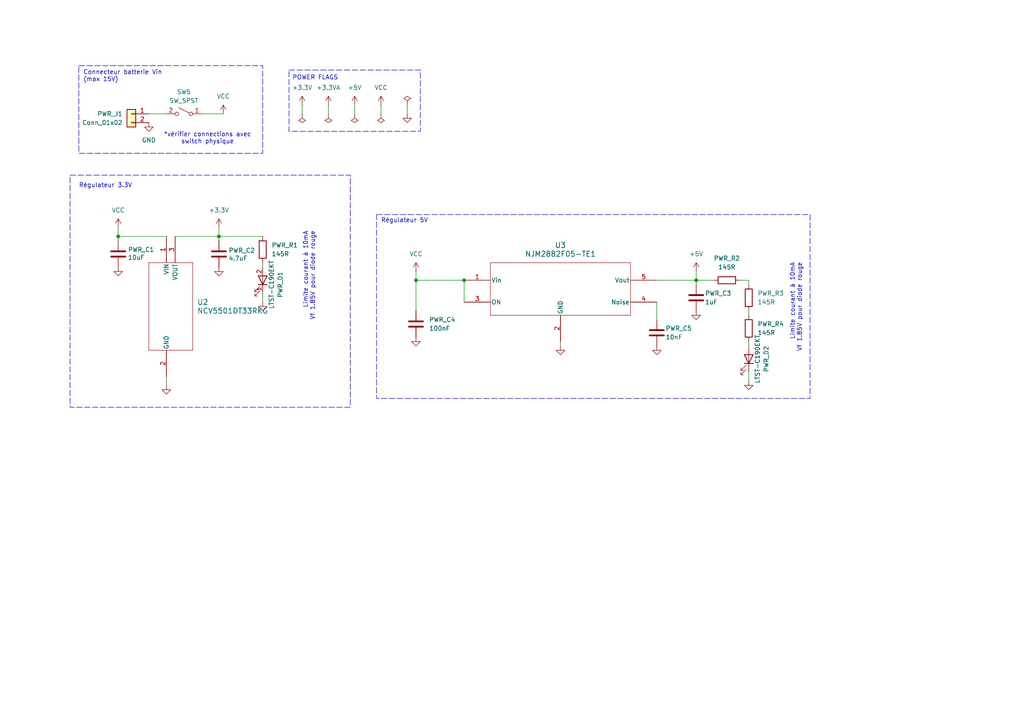
<source format=kicad_sch>
(kicad_sch (version 20231120) (generator "eeschema") (generator_version "8.0")
  (paper "A4")
  (lib_symbols
    (symbol "+3.3V_1" (power) (pin_numbers hide) (pin_names (offset 0) hide)
      (property "Value" "+3.3V" (at 0 3.556 0))
      (symbol "+3.3V_1_0_1"
        (polyline (pts (xy -0.762 1.27) (xy 0 2.54)))
        (polyline (pts (xy 0 0) (xy 0 2.54)))
        (polyline (pts (xy 0 2.54) (xy 0.762 1.27)))
      )
      (symbol "+3.3V_1_1_1"
        (pin power_in line (at 0 0 90) (length 0) (name "~") (number "1"))
      )
    )
    (symbol "Connector_Generic:Conn_01x02" (pin_names (offset 1.016) hide)
      (property "Reference" "J" (at 0 2.54 0))
      (property "Value" "Conn_01x02" (at 0 -5.08 0))
      (symbol "Conn_01x02_1_1"
        (rectangle (start -1.27 -2.413) (end 0 -2.667) (stroke (width 0.1524)))
        (rectangle (start -1.27 0.127) (end 0 -0.127) (stroke (width 0.1524)))
        (rectangle (start -1.27 1.27) (end 1.27 -3.81) (stroke (width 0.254)) (fill (type background)))
        (pin passive line (at -5.08 0 0) (length 3.81) (name "Pin_1") (number "1"))
        (pin passive line (at -5.08 -2.54 0) (length 3.81) (name "Pin_2") (number "2"))
      )
    )
    (symbol "Device:C" (pin_numbers hide) (pin_names (offset 0.254))
      (property "Reference" "C" (at 0.635 2.54 0))
      (property "Value" "C" (at 0.635 -2.54 0))
      (symbol "C_0_1"
        (polyline (pts (xy -2.032 -0.762) (xy 2.032 -0.762)) (stroke (width 0.508)))
        (polyline (pts (xy -2.032 0.762) (xy 2.032 0.762)) (stroke (width 0.508)))
      )
      (symbol "C_1_1"
        (pin passive line (at 0 3.81 270) (length 2.794) (name "~") (number "1"))
        (pin passive line (at 0 -3.81 90) (length 2.794) (name "~") (number "2"))
      )
    )
    (symbol "Device:LED" (pin_numbers hide) (pin_names (offset 1.016) hide)
      (property "Reference" "D" (at 0 2.54 0))
      (property "Value" "LED" (at 0 -2.54 0))
      (symbol "LED_0_1"
        (polyline (pts (xy -1.27 -1.27) (xy -1.27 1.27)) (stroke (width 0.254)))
        (polyline (pts (xy -1.27 0) (xy 1.27 0)))
        (polyline (pts (xy 1.27 -1.27) (xy 1.27 1.27) (xy -1.27 0) (xy 1.27 -1.27)) (stroke (width 0.254)))
        (polyline (pts (xy -3.048 -0.762) (xy -4.572 -2.286) (xy -3.81 -2.286) (xy -4.572 -2.286) (xy -4.572 -1.524)))
        (polyline (pts (xy -1.778 -0.762) (xy -3.302 -2.286) (xy -2.54 -2.286) (xy -3.302 -2.286) (xy -3.302 -1.524)))
      )
      (symbol "LED_1_1"
        (pin passive line (at -3.81 0 0) (length 2.54) (name "K") (number "1"))
        (pin passive line (at 3.81 0 180) (length 2.54) (name "A") (number "2"))
      )
    )
    (symbol "Device:R" (pin_numbers hide) (pin_names (offset 0))
      (property "Reference" "R" (at 2.032 0 90))
      (property "Value" "R" (at 0 0 90))
      (symbol "R_0_1"
        (rectangle (start -1.016 -2.54) (end 1.016 2.54) (stroke (width 0.254)))
      )
      (symbol "R_1_1"
        (pin passive line (at 0 3.81 270) (length 1.27) (name "~") (number "1"))
        (pin passive line (at 0 -3.81 90) (length 1.27) (name "~") (number "2"))
      )
    )
    (symbol "GND_1" (power) (pin_numbers hide) (pin_names (offset 0) hide)
      (property "Value" "GND" (at 0 -3.81 0))
      (symbol "GND_1_0_1"
        (polyline (pts (xy 0 0) (xy 0 -1.27) (xy 1.27 -1.27) (xy 0 -2.54) (xy -1.27 -1.27) (xy 0 -1.27)))
      )
      (symbol "GND_1_1_1"
        (pin power_in line (at 0 0 270) (length 0) (name "~") (number "1"))
      )
    )
    (symbol "LED_1" (pin_names (offset 1.016) hide)
      (property "Reference" "D" (at 0 2.54 0))
      (property "Value" "LED" (at 0 -2.54 0))
      (symbol "LED_1_0_1"
        (polyline (pts (xy -1.27 -1.27) (xy -1.27 1.27)) (stroke (width 0.254)))
        (polyline (pts (xy -1.27 0) (xy 1.27 0)))
        (polyline (pts (xy 1.27 -1.27) (xy 1.27 1.27) (xy -1.27 0) (xy 1.27 -1.27)) (stroke (width 0.254)))
        (polyline (pts (xy -3.048 -0.762) (xy -4.572 -2.286) (xy -3.81 -2.286) (xy -4.572 -2.286) (xy -4.572 -1.524)))
        (polyline (pts (xy -1.778 -0.762) (xy -3.302 -2.286) (xy -2.54 -2.286) (xy -3.302 -2.286) (xy -3.302 -1.524)))
      )
      (symbol "LED_1_1_1"
        (pin passive line (at -3.81 0 0) (length 2.54) (name "K") (number "1"))
        (pin passive line (at 3.81 0 180) (length 2.54) (name "A") (number "2"))
      )
    )
    (symbol "Switch:SW_SPST" (pin_names (offset 0) hide)
      (property "Reference" "SW" (at 0 3.175 0))
      (property "Value" "SW_SPST" (at 0 -2.54 0))
      (symbol "SW_SPST_0_0"
        (circle (center -2.032 0) (radius 0.508))
        (polyline (pts (xy -1.524 0.254) (xy 1.524 1.778)))
        (circle (center 2.032 0) (radius 0.508))
      )
      (symbol "SW_SPST_1_1"
        (pin passive line (at -5.08 0 0) (length 2.54) (name "A") (number "1"))
        (pin passive line (at 5.08 0 180) (length 2.54) (name "B") (number "2"))
      )
    )
    (symbol "power:+3.3V" (power) (pin_names (offset 0))
      (property "Value" "+3.3V" (at 0 3.556 0))
      (symbol "+3.3V_0_1"
        (polyline (pts (xy -0.762 1.27) (xy 0 2.54)))
        (polyline (pts (xy 0 0) (xy 0 2.54)))
        (polyline (pts (xy 0 2.54) (xy 0.762 1.27)))
      )
      (symbol "+3.3V_1_1"
        (pin power_in line (at 0 0 90) (length 0) hide (name "+3.3V") (number "1"))
      )
    )
    (symbol "power:+3.3VA" (power) (pin_numbers hide) (pin_names (offset 0) hide)
      (property "Value" "+3.3VA" (at 0 3.556 0))
      (symbol "+3.3VA_0_1"
        (polyline (pts (xy -0.762 1.27) (xy 0 2.54)))
        (polyline (pts (xy 0 0) (xy 0 2.54)))
        (polyline (pts (xy 0 2.54) (xy 0.762 1.27)))
      )
      (symbol "+3.3VA_1_1"
        (pin power_in line (at 0 0 90) (length 0) (name "~") (number "1"))
      )
    )
    (symbol "power:+5V" (power) (pin_names (offset 0))
      (property "Value" "+5V" (at 0 3.556 0))
      (symbol "+5V_0_1"
        (polyline (pts (xy -0.762 1.27) (xy 0 2.54)))
        (polyline (pts (xy 0 0) (xy 0 2.54)))
        (polyline (pts (xy 0 2.54) (xy 0.762 1.27)))
      )
      (symbol "+5V_1_1"
        (pin power_in line (at 0 0 90) (length 0) hide (name "+5V") (number "1"))
      )
    )
    (symbol "power:GND" (power) (pin_names (offset 0))
      (property "Value" "GND" (at 0 -3.81 0))
      (symbol "GND_0_1"
        (polyline (pts (xy 0 0) (xy 0 -1.27) (xy 1.27 -1.27) (xy 0 -2.54) (xy -1.27 -1.27) (xy 0 -1.27)))
      )
      (symbol "GND_1_1"
        (pin power_in line (at 0 0 270) (length 0) hide (name "GND") (number "1"))
      )
    )
    (symbol "power:PWR_FLAG" (power) (pin_numbers hide) (pin_names (offset 0) hide)
      (property "Value" "PWR_FLAG" (at 0 3.81 0))
      (symbol "PWR_FLAG_0_0"
        (pin power_out line (at 0 0 90) (length 0) (name "~") (number "1"))
      )
      (symbol "PWR_FLAG_0_1"
        (polyline (pts (xy 0 0) (xy 0 1.27) (xy -1.016 1.905) (xy 0 2.54) (xy 1.016 1.905) (xy 0 1.27)))
      )
    )
    (symbol "power:VCC" (power) (pin_numbers hide) (pin_names (offset 0) hide)
      (property "Value" "VCC" (at 0 3.556 0))
      (symbol "VCC_0_1"
        (polyline (pts (xy -0.762 1.27) (xy 0 2.54)))
        (polyline (pts (xy 0 0) (xy 0 2.54)))
        (polyline (pts (xy 0 2.54) (xy 0.762 1.27)))
      )
      (symbol "VCC_1_1"
        (pin power_in line (at 0 0 90) (length 0) (name "~") (number "1"))
      )
    )
    (symbol "symbol-receiver:NCV5501DT33RKG" (pin_names (offset 0.254))
      (property "Reference" "U" (at 20.32 10.16 0))
      (property "Value" "NCV5501DT33RKG" (at 20.32 7.62 0))
      (symbol "NCV5501DT33RKG_1_1"
        (polyline (pts (xy 7.62 -7.62) (xy 33.02 -7.62)) (stroke (width 0.127)))
        (polyline (pts (xy 7.62 5.08) (xy 7.62 -7.62)) (stroke (width 0.127)))
        (polyline (pts (xy 33.02 -7.62) (xy 33.02 5.08)) (stroke (width 0.127)))
        (polyline (pts (xy 33.02 5.08) (xy 7.62 5.08)) (stroke (width 0.127)))
        (pin unspecified line (at 40.64 0 180) (length 7.62) (name "VIN") (number "1"))
        (pin power_out line (at 0 0 0) (length 7.62) (name "GND") (number "2"))
        (pin output line (at 40.64 -2.54 180) (length 7.62) (name "VOUT") (number "3"))
      )
    )
    (symbol "symbol-receiver:NJM2882F05-TE1" (pin_names (offset 0.254))
      (property "Reference" "U" (at 27.94 10.16 0))
      (property "Value" "NJM2882F05-TE1" (at 27.94 7.62 0))
      (symbol "NJM2882F05-TE1_1_1"
        (polyline (pts (xy 7.62 -10.16) (xy 48.26 -10.16)) (stroke (width 0.127)))
        (polyline (pts (xy 7.62 5.08) (xy 7.62 -10.16)) (stroke (width 0.127)))
        (polyline (pts (xy 48.26 -10.16) (xy 48.26 5.08)) (stroke (width 0.127)))
        (polyline (pts (xy 48.26 5.08) (xy 7.62 5.08)) (stroke (width 0.127)))
        (pin input line (at 0 0 0) (length 7.62) (name "Vin") (number "1"))
        (pin passive line (at 27.94 -17.78 90) (length 7.62) (name "GND") (number "2"))
        (pin passive line (at 0 -6.35 0) (length 7.62) (name "ON") (number "3"))
        (pin passive line (at 55.88 -6.35 180) (length 7.62) (name "Noise") (number "4"))
        (pin output line (at 55.88 0 180) (length 7.62) (name "Vout") (number "5"))
      )
    )
  )
  (junction (at 34.29 68.58))
  (junction (at 120.65 81.28))
  (junction (at 63.5 68.58))
  (junction (at 201.93 81.28))
  (junction (at 134.62 81.28))
  (wire (pts (xy 63.5 68.58) (xy 76.2 68.58)))
  (wire (pts (xy 48.26 109.22) (xy 48.26 111.76)))
  (wire (pts (xy 58.42 33.02) (xy 64.77 33.02)))
  (wire (pts (xy 190.5 81.28) (xy 201.93 81.28)))
  (wire (pts (xy 134.62 81.28) (xy 134.62 87.63)))
  (wire (pts (xy 50.8 68.58) (xy 63.5 68.58)))
  (wire (pts (xy 120.65 81.28) (xy 134.62 81.28)))
  (wire (pts (xy 118.11 30.48) (xy 118.11 33.02)))
  (wire (pts (xy 102.87 30.48) (xy 102.87 33.02)))
  (wire (pts (xy 76.2 85.09) (xy 76.2 87.63)))
  (wire (pts (xy 95.25 30.48) (xy 95.25 33.02)))
  (wire (pts (xy 63.5 68.58) (xy 63.5 66.04)))
  (wire (pts (xy 34.29 69.85) (xy 34.29 68.58)))
  (wire (pts (xy 217.17 81.28) (xy 217.17 82.55)))
  (wire (pts (xy 34.29 68.58) (xy 48.26 68.58)))
  (wire (pts (xy 87.63 30.48) (xy 87.63 33.02)))
  (wire (pts (xy 76.2 76.2) (xy 76.2 77.47)))
  (wire (pts (xy 201.93 81.28) (xy 207.01 81.28)))
  (wire (pts (xy 214.63 81.28) (xy 217.17 81.28)))
  (wire (pts (xy 43.18 33.02) (xy 48.26 33.02)))
  (wire (pts (xy 63.5 68.58) (xy 63.5 69.85)))
  (wire (pts (xy 190.5 87.63) (xy 190.5 92.71)))
  (wire (pts (xy 201.93 78.74) (xy 201.93 81.28)))
  (wire (pts (xy 34.29 66.04) (xy 34.29 68.58)))
  (wire (pts (xy 120.65 81.28) (xy 120.65 90.17)))
  (wire (pts (xy 120.65 78.74) (xy 120.65 81.28)))
  (wire (pts (xy 201.93 82.55) (xy 201.93 81.28)))
  (wire (pts (xy 110.49 30.48) (xy 110.49 33.02)))
  (wire (pts (xy 217.17 90.17) (xy 217.17 91.44)))
  (wire (pts (xy 217.17 107.95) (xy 217.17 110.49)))
  (wire (pts (xy 162.56 100.33) (xy 162.56 99.06)))
  (wire (pts (xy 217.17 99.06) (xy 217.17 100.33)))
  (rectangle (start 20.32 50.8) (end 101.6 118.11) (stroke (width 0) (type dash)))
  (rectangle (start 109.22 62.23) (end 234.95 115.57) (stroke (width 0) (type dash)))
  (rectangle (start 22.86 19.05) (end 76.2 44.45) (stroke (width 0) (type dash)))
  (rectangle (start 83.82 20.32) (end 121.92 38.1) (stroke (width 0) (type dash)))
  (text "Limite courant à 10mA\nVf 1.85V pour diode rouge" (at 91.44 67.056 90) (effects (font (size 1.27 1.27)) (justify right bottom)))
  (text "Limite courant à 10mA\nVf 1.85V pour diode rouge" (at 232.664 76.2 90) (effects (font (size 1.27 1.27)) (justify right bottom)))
  (text "Connecteur batterie Vin\n(max 15V)" (at 24.13 23.876 0) (effects (font (size 1.27 1.27)) (justify left bottom)))
  (text "POWER FLAGS" (at 91.44 22.606 0) (effects (font (size 1.27 1.27))))
  (text "Régulateur 5V\n" (at 110.49 64.77 0) (effects (font (size 1.27 1.27)) (justify left bottom)))
  (text "*vérifier connections avec\nswitch physique" (at 60.198 40.132 0) (effects (font (size 1.27 1.27))))
  (text "Régulateur 3.3V" (at 22.86 54.61 0) (effects (font (size 1.27 1.27)) (justify left bottom)))
  (symbol (lib_id "Device:R") (at 76.2 72.39 0) (unit 1)
    (property "Reference" "PWR_R1" (at 78.74 71.12 0) (effects (justify left)))
    (property "Value" "145R" (at 78.74 73.66 0) (effects (justify left)))
    (property "Footprint" "Resistor_SMD:R_1206_3216Metric" (effects (hide yes)))
    (property "Digikey" "2019-RN73H2BTTD1450F100CT-ND" (effects (hide yes)))
  )
  (symbol (lib_id "power:GND") (at 120.65 97.79 0) (unit 1)
    (property "Reference" "#PWR04" (effects (hide yes)))
    (property "Value" "GND" (effects (hide yes)))
  )
  (symbol (lib_name "GND_1") (lib_id "power:GND") (at 118.11 33.02 0) (unit 1)
    (property "Reference" "#PWR069" (effects (hide yes)))
    (property "Value" "GND" (effects (hide yes)))
    (property "Description" "Power symbol creates a global label with name \"GND\" , ground" (effects (hide yes)))
  )
  (symbol (lib_id "Device:R") (at 217.17 95.25 0) (unit 1)
    (property "Reference" "PWR_R4" (at 219.71 93.98 0) (effects (justify left)))
    (property "Value" "145R" (at 219.71 96.52 0) (effects (justify left)))
    (property "Footprint" "Resistor_SMD:R_1206_3216Metric" (effects (hide yes)))
    (property "Digikey" "2019-RN73H2BTTD1450F100CT-ND" (effects (hide yes)))
  )
  (symbol (lib_id "Device:C") (at 201.93 86.36 0) (unit 1)
    (property "Reference" "PWR_C3" (at 204.47 85.09 0) (effects (justify left)))
    (property "Value" "1uF" (at 204.47 87.63 0) (effects (justify left)))
    (property "Footprint" "Capacitor_SMD:C_0603_1608Metric" (effects (hide yes)))
    (property "Digikey" "  2679-AGC0603X7R250-105KXPTR-ND" (effects (hide yes)))
  )
  (symbol (lib_id "power:GND") (at 63.5 77.47 0) (unit 1)
    (property "Reference" "#PWR06" (effects (hide yes)))
    (property "Value" "GND" (effects (hide yes)))
  )
  (symbol (lib_id "power:GND") (at 217.17 110.49 0) (unit 1)
    (property "Reference" "#PWR036" (effects (hide yes)))
    (property "Value" "GND" (effects (hide yes)))
  )
  (symbol (lib_id "Device:R") (at 210.82 81.28 90) (unit 1)
    (property "Reference" "PWR_R2" (at 210.82 74.93 90))
    (property "Value" "145R" (at 210.82 77.47 90))
    (property "Footprint" "Resistor_SMD:R_1206_3216Metric" (effects (hide yes)))
    (property "Digikey" "2019-RN73H2BTTD1450F100CT-ND" (effects (hide yes)))
  )
  (symbol (lib_id "power:GND") (at 76.2 87.63 0) (unit 1)
    (property "Reference" "#PWR035" (effects (hide yes)))
    (property "Value" "GND" (effects (hide yes)))
  )
  (symbol (lib_id "power:GND") (at 162.56 100.33 0) (unit 1)
    (property "Reference" "#PWR01" (effects (hide yes)))
    (property "Value" "GND" (effects (hide yes)))
  )
  (symbol (lib_id "power:VCC") (at 120.65 78.74 0) (unit 1)
    (property "Reference" "#PWR068" (effects (hide yes)))
    (property "Value" "VCC" (at 120.65 73.66 0))
    (property "Description" "Power symbol creates a global label with name \"VCC\"" (effects (hide yes)))
  )
  (symbol (lib_id "Switch:SW_SPST") (at 53.34 33.02 0) (mirror y) (unit 1)
    (property "Reference" "SW5" (at 53.34 26.67 0))
    (property "Value" "SW_SPST" (at 53.34 29.21 0))
    (property "Footprint" "Footprints:SW_1MS02Q_CNK" (effects (hide yes)))
    (property "Datasheet" "https://www.digikey.ca/en/products/detail/c-k/L101011MS02Q/484142" (effects (hide yes)))
    (property "Description" "Single Pole Single Throw (SPST) switch" (effects (hide yes)))
  )
  (symbol (lib_id "power:PWR_FLAG") (at 87.63 33.02 0) (mirror x) (unit 1)
    (property "Reference" "#FLG01" (effects (hide yes)))
    (property "Value" "PWR_FLAG" (effects (hide yes)))
    (property "Description" "Special symbol for telling ERC where power comes from" (effects (hide yes)))
  )
  (symbol (lib_id "power:GND") (at 48.26 111.76 0) (unit 1)
    (property "Reference" "#PWR02" (effects (hide yes)))
    (property "Value" "GND" (effects (hide yes)))
  )
  (symbol (lib_id "symbol-receiver:NJM2882F05-TE1") (at 134.62 81.28 0) (unit 1)
    (property "Reference" "U3" (at 162.56 71.12 0) (effects (font (size 1.524 1.524))))
    (property "Value" "NJM2882F05-TE1" (at 162.56 73.66 0) (effects (font (size 1.524 1.524))))
    (property "Footprint" "Footprints:SOT-23-5" (effects (hide yes)))
    (property "Datasheet" "https://www.digikey.ca/en/products/detail/nisshinbo-micro-devices-inc/NJM2882F05-TE1/10671911" (effects (hide yes)))
    (property "Digikey" "2129-NJM2882F05-TE1CT-ND" (effects (hide yes)))
  )
  (symbol (lib_id "power:GND") (at 201.93 90.17 0) (unit 1)
    (property "Reference" "#PWR022" (effects (hide yes)))
    (property "Value" "GND" (effects (hide yes)))
  )
  (symbol (lib_id "power:GND") (at 34.29 77.47 0) (unit 1)
    (property "Reference" "#PWR05" (effects (hide yes)))
    (property "Value" "GND" (effects (hide yes)))
  )
  (symbol (lib_id "Device:C") (at 63.5 73.66 0) (unit 1)
    (property "Reference" "PWR_C2" (at 66.294 72.644 0) (effects (justify left)))
    (property "Value" "4.7uF" (at 66.294 74.93 0) (effects (justify left)))
    (property "Footprint" "Capacitor_SMD:C_0603_1608Metric" (effects (hide yes)))
    (property "Digikey" "4713-GMC10X7R475K10NTCT-ND" (effects (hide yes)))
  )
  (symbol (lib_id "power:+3.3V") (at 63.5 66.04 0) (unit 1)
    (property "Reference" "#PWR021" (effects (hide yes)))
    (property "Value" "+3.3V" (at 63.5 60.96 0))
  )
  (symbol (lib_id "Device:C") (at 190.5 96.52 0) (unit 1)
    (property "Reference" "PWR_C5" (at 193.04 95.25 0) (effects (justify left)))
    (property "Value" "10nF" (at 193.04 97.79 0) (effects (justify left)))
    (property "Footprint" "Capacitor_SMD:C_0402_1005Metric" (effects (hide yes)))
    (property "Digikey" "  2679-AGC0402X7R500-103KNPTR-ND" (effects (hide yes)))
  )
  (symbol (lib_id "Connector_Generic:Conn_01x02") (at 38.1 33.02 0) (mirror y) (unit 1)
    (property "Reference" "PWR_J1" (at 35.56 33.02 0) (effects (justify left)))
    (property "Value" "Conn_01x02" (at 35.56 35.56 0) (effects (justify left)))
    (property "Footprint" "Connector_PinHeader_2.00mm:PinHeader_1x02_P2.00mm_Vertical" (effects (hide yes)))
  )
  (symbol (lib_id "Device:C") (at 120.65 93.98 0) (unit 1)
    (property "Reference" "PWR_C4" (at 124.46 92.71 0) (effects (justify left)))
    (property "Value" "100nF" (at 124.46 95.25 0) (effects (justify left)))
    (property "Footprint" "Capacitor_SMD:C_0402_1005Metric" (effects (hide yes)))
    (property "Digikey" "2679-AGC0402X7R500-104KNPTR-ND" (effects (hide yes)))
  )
  (symbol (lib_id "power:GND") (at 43.18 35.56 0) (unit 1)
    (property "Reference" "#PWR03" (effects (hide yes)))
    (property "Value" "GND" (at 43.18 40.64 0))
  )
  (symbol (lib_id "power:VCC") (at 34.29 66.04 0) (unit 1)
    (property "Reference" "#PWR067" (effects (hide yes)))
    (property "Value" "VCC" (at 34.29 60.96 0))
    (property "Description" "Power symbol creates a global label with name \"VCC\"" (effects (hide yes)))
  )
  (symbol (lib_id "power:PWR_FLAG") (at 118.11 30.48 0) (mirror y) (unit 1)
    (property "Reference" "#FLG03" (effects (hide yes)))
    (property "Value" "PWR_FLAG" (effects (hide yes)))
    (property "Description" "Special symbol for telling ERC where power comes from" (effects (hide yes)))
  )
  (symbol (lib_id "Device:R") (at 217.17 86.36 0) (unit 1)
    (property "Reference" "PWR_R3" (at 219.71 85.09 0) (effects (justify left)))
    (property "Value" "145R" (at 219.71 87.63 0) (effects (justify left)))
    (property "Footprint" "Resistor_SMD:R_1206_3216Metric" (effects (hide yes)))
    (property "Digikey" "2019-RN73H2BTTD1450F100CT-ND" (effects (hide yes)))
  )
  (symbol (lib_name "LED_1") (lib_id "Device:LED") (at 76.2 81.28 270) (mirror x) (unit 1)
    (property "Reference" "PWR_D1" (at 81.28 82.55 0))
    (property "Value" "LTST-C190EKT" (at 78.74 82.55 0))
    (property "Footprint" "Footprints:LTST-C190EKT" (effects (hide yes)))
    (property "Datasheet" "https://www.digikey.ca/en/products/detail/liteon/LTST-C190EKT/269229" (effects (hide yes)))
    (property "Digikey" "160-1182-1-ND" (effects (hide yes)))
  )
  (symbol (lib_id "power:GND") (at 190.5 100.33 0) (unit 1)
    (property "Reference" "#PWR058" (effects (hide yes)))
    (property "Value" "GND" (effects (hide yes)))
  )
  (symbol (lib_id "Device:C") (at 34.29 73.66 0) (unit 1)
    (property "Reference" "PWR_C1" (at 37.084 72.39 0) (effects (justify left)))
    (property "Value" "10uF" (at 37.084 74.676 0) (effects (justify left)))
    (property "Footprint" "Capacitor_SMD:C_1206_3216Metric" (effects (hide yes)))
    (property "Digikey" "  2679-AGC1206X6S250-106KXETR-ND" (effects (hide yes)))
  )
  (symbol (lib_name "+3.3V_1") (lib_id "power:+3.3V") (at 87.63 30.48 0) (unit 1)
    (property "Reference" "#PWR062" (effects (hide yes)))
    (property "Value" "+3.3V" (at 87.63 25.4 0))
    (property "Description" "Power symbol creates a global label with name \"+3.3V\"" (effects (hide yes)))
  )
  (symbol (lib_id "power:+3.3VA") (at 95.25 30.48 0) (unit 1)
    (property "Reference" "#PWR070" (effects (hide yes)))
    (property "Value" "+3.3VA" (at 95.25 25.4 0))
  )
  (symbol (lib_id "power:PWR_FLAG") (at 110.49 33.02 0) (mirror x) (unit 1)
    (property "Reference" "#FLG05" (effects (hide yes)))
    (property "Value" "PWR_FLAG" (effects (hide yes)))
    (property "Description" "Special symbol for telling ERC where power comes from" (effects (hide yes)))
  )
  (symbol (lib_id "symbol-receiver:NCV5501DT33RKG") (at 48.26 109.22 90) (unit 1)
    (property "Reference" "U2" (at 57.15 87.63 90) (effects (font (size 1.524 1.524)) (justify right)))
    (property "Value" "NCV5501DT33RKG" (at 57.15 90.17 90) (effects (font (size 1.524 1.524)) (justify right)))
    (property "Footprint" "Footprints:DPAK-3_ONS-M" (effects (hide yes)))
    (property "Datasheet" "https://www.digikey.ca/en/products/detail/onsemi/NCV5501DT33RKG/1792725" (effects (hide yes)))
    (property "Digikey" "NCV5501DT33RKGOSCT-ND " (effects (hide yes)))
  )
  (symbol (lib_id "power:VCC") (at 110.49 30.48 0) (unit 1)
    (property "Reference" "#PWR065" (effects (hide yes)))
    (property "Value" "VCC" (at 110.49 25.4 0))
    (property "Description" "Power symbol creates a global label with name \"VCC\"" (effects (hide yes)))
  )
  (symbol (lib_id "Device:LED") (at 217.17 104.14 270) (mirror x) (unit 1)
    (property "Reference" "PWR_D2" (at 222.25 104.14 0))
    (property "Value" "LTST-C190EKT" (at 219.71 104.14 0))
    (property "Footprint" "Footprints:LTST-C190EKT" (effects (hide yes)))
    (property "Datasheet" "https://www.digikey.ca/en/products/detail/liteon/LTST-C190EKT/269229" (effects (hide yes)))
    (property "Digikey" "160-1182-1-ND" (effects (hide yes)))
  )
  (symbol (lib_id "power:+5V") (at 102.87 30.48 0) (unit 1)
    (property "Reference" "#PWR064" (effects (hide yes)))
    (property "Value" "+5V" (at 102.87 25.4 0))
  )
  (symbol (lib_id "power:PWR_FLAG") (at 102.87 33.02 0) (mirror x) (unit 1)
    (property "Reference" "#FLG04" (effects (hide yes)))
    (property "Value" "PWR_FLAG" (effects (hide yes)))
    (property "Description" "Special symbol for telling ERC where power comes from" (effects (hide yes)))
  )
  (symbol (lib_id "power:+5V") (at 201.93 78.74 0) (unit 1)
    (property "Reference" "#PWR020" (effects (hide yes)))
    (property "Value" "+5V" (at 201.93 73.66 0))
  )
  (symbol (lib_id "power:PWR_FLAG") (at 95.25 33.02 0) (mirror x) (unit 1)
    (property "Reference" "#FLG02" (effects (hide yes)))
    (property "Value" "PWR_FLAG" (effects (hide yes)))
    (property "Description" "Special symbol for telling ERC where power comes from" (effects (hide yes)))
  )
  (symbol (lib_id "power:VCC") (at 64.77 33.02 0) (unit 1)
    (property "Reference" "#PWR066" (effects (hide yes)))
    (property "Value" "VCC" (at 64.77 27.94 0))
    (property "Description" "Power symbol creates a global label with name \"VCC\"" (effects (hide yes)))
  )
)
</source>
